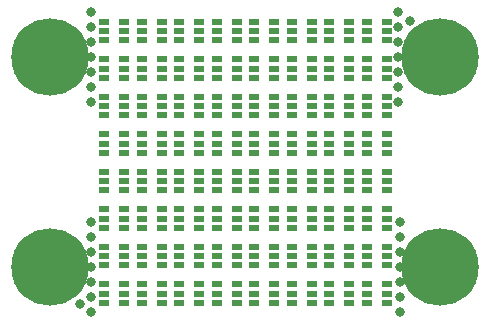
<source format=gts>
G75*
%MOIN*%
%OFA0B0*%
%FSLAX25Y25*%
%IPPOS*%
%LPD*%
%AMOC8*
5,1,8,0,0,1.08239X$1,22.5*
%
%ADD10C,0.03300*%
%ADD11R,0.03556X0.02375*%
%ADD12C,0.25800*%
D10*
X0048080Y0246400D03*
X0044580Y0249150D03*
X0048080Y0251400D03*
X0048080Y0256400D03*
X0048080Y0261400D03*
X0048080Y0266400D03*
X0048080Y0271400D03*
X0048080Y0276400D03*
X0048080Y0316400D03*
X0048080Y0321400D03*
X0048080Y0326400D03*
X0048080Y0331400D03*
X0048080Y0336400D03*
X0048080Y0341400D03*
X0048080Y0346400D03*
X0150580Y0346400D03*
X0154580Y0343650D03*
X0150580Y0341400D03*
X0150580Y0336400D03*
X0150580Y0331400D03*
X0150580Y0326400D03*
X0150580Y0321400D03*
X0150580Y0316400D03*
X0151080Y0276400D03*
X0151080Y0271400D03*
X0151080Y0266400D03*
X0151080Y0261400D03*
X0151080Y0256400D03*
X0151080Y0251400D03*
X0151080Y0246400D03*
D11*
X0146676Y0249500D03*
X0146676Y0252650D03*
X0146676Y0255800D03*
X0146676Y0262000D03*
X0146676Y0265150D03*
X0146676Y0268300D03*
X0139984Y0268300D03*
X0139984Y0265150D03*
X0139984Y0262000D03*
X0134176Y0262000D03*
X0134176Y0265150D03*
X0134176Y0268300D03*
X0134176Y0274500D03*
X0134176Y0277650D03*
X0134176Y0280800D03*
X0139984Y0280800D03*
X0139984Y0277650D03*
X0139984Y0274500D03*
X0146676Y0274500D03*
X0146676Y0277650D03*
X0146676Y0280800D03*
X0146676Y0287000D03*
X0146676Y0290150D03*
X0146676Y0293300D03*
X0146676Y0299500D03*
X0146676Y0302650D03*
X0146676Y0305800D03*
X0146676Y0312000D03*
X0146676Y0315150D03*
X0146676Y0318300D03*
X0139984Y0318300D03*
X0139984Y0315150D03*
X0139984Y0312000D03*
X0134176Y0312000D03*
X0134176Y0315150D03*
X0134176Y0318300D03*
X0134176Y0324500D03*
X0134176Y0327650D03*
X0134176Y0330800D03*
X0139984Y0330800D03*
X0139984Y0327650D03*
X0139984Y0324500D03*
X0146676Y0324500D03*
X0146676Y0327650D03*
X0146676Y0330800D03*
X0146676Y0337000D03*
X0146676Y0340150D03*
X0146676Y0343300D03*
X0139984Y0343300D03*
X0139984Y0340150D03*
X0139984Y0337000D03*
X0134176Y0337000D03*
X0134176Y0340150D03*
X0134176Y0343300D03*
X0127484Y0343300D03*
X0127484Y0340150D03*
X0127484Y0337000D03*
X0121676Y0337000D03*
X0121676Y0340150D03*
X0121676Y0343300D03*
X0114984Y0343300D03*
X0114984Y0340150D03*
X0114984Y0337000D03*
X0109176Y0337000D03*
X0109176Y0340150D03*
X0109176Y0343300D03*
X0102484Y0343300D03*
X0102484Y0340150D03*
X0102484Y0337000D03*
X0096676Y0337000D03*
X0096676Y0340150D03*
X0096676Y0343300D03*
X0089984Y0343300D03*
X0089984Y0340150D03*
X0089984Y0337000D03*
X0084176Y0337000D03*
X0084176Y0340150D03*
X0084176Y0343300D03*
X0077484Y0343300D03*
X0077484Y0340150D03*
X0077484Y0337000D03*
X0071676Y0337000D03*
X0071676Y0340150D03*
X0071676Y0343300D03*
X0064984Y0343300D03*
X0064984Y0340150D03*
X0064984Y0337000D03*
X0059176Y0337000D03*
X0059176Y0340150D03*
X0059176Y0343300D03*
X0052484Y0343300D03*
X0052484Y0340150D03*
X0052484Y0337000D03*
X0052484Y0330800D03*
X0052484Y0327650D03*
X0052484Y0324500D03*
X0052484Y0318300D03*
X0052484Y0315150D03*
X0052484Y0312000D03*
X0052484Y0305800D03*
X0052484Y0302650D03*
X0052484Y0299500D03*
X0052484Y0293300D03*
X0052484Y0290150D03*
X0052484Y0287000D03*
X0052484Y0280800D03*
X0052484Y0277650D03*
X0052484Y0274500D03*
X0052484Y0268300D03*
X0052484Y0265150D03*
X0052484Y0262000D03*
X0052484Y0255800D03*
X0052484Y0252650D03*
X0052484Y0249500D03*
X0059176Y0249500D03*
X0059176Y0252650D03*
X0059176Y0255800D03*
X0064984Y0255800D03*
X0064984Y0252650D03*
X0064984Y0249500D03*
X0071676Y0249500D03*
X0071676Y0252650D03*
X0071676Y0255800D03*
X0077484Y0255800D03*
X0077484Y0252650D03*
X0077484Y0249500D03*
X0084176Y0249500D03*
X0084176Y0252650D03*
X0084176Y0255800D03*
X0084176Y0262000D03*
X0084176Y0265150D03*
X0084176Y0268300D03*
X0077484Y0268300D03*
X0077484Y0265150D03*
X0077484Y0262000D03*
X0071676Y0262000D03*
X0071676Y0265150D03*
X0071676Y0268300D03*
X0071676Y0274500D03*
X0071676Y0277650D03*
X0071676Y0280800D03*
X0077484Y0280800D03*
X0077484Y0277650D03*
X0077484Y0274500D03*
X0084176Y0274500D03*
X0084176Y0277650D03*
X0084176Y0280800D03*
X0089984Y0280800D03*
X0089984Y0277650D03*
X0089984Y0274500D03*
X0096676Y0274500D03*
X0096676Y0277650D03*
X0096676Y0280800D03*
X0102484Y0280800D03*
X0102484Y0277650D03*
X0102484Y0274500D03*
X0102484Y0268300D03*
X0102484Y0265150D03*
X0102484Y0262000D03*
X0096676Y0262000D03*
X0096676Y0265150D03*
X0096676Y0268300D03*
X0089984Y0268300D03*
X0089984Y0265150D03*
X0089984Y0262000D03*
X0089984Y0255800D03*
X0089984Y0252650D03*
X0089984Y0249500D03*
X0096676Y0249500D03*
X0096676Y0252650D03*
X0096676Y0255800D03*
X0102484Y0255800D03*
X0102484Y0252650D03*
X0102484Y0249500D03*
X0109176Y0249500D03*
X0109176Y0252650D03*
X0109176Y0255800D03*
X0114984Y0255800D03*
X0114984Y0252650D03*
X0114984Y0249500D03*
X0121676Y0249500D03*
X0121676Y0252650D03*
X0121676Y0255800D03*
X0127484Y0255800D03*
X0127484Y0252650D03*
X0127484Y0249500D03*
X0134176Y0249500D03*
X0134176Y0252650D03*
X0134176Y0255800D03*
X0139984Y0255800D03*
X0139984Y0252650D03*
X0139984Y0249500D03*
X0127484Y0262000D03*
X0127484Y0265150D03*
X0127484Y0268300D03*
X0121676Y0268300D03*
X0121676Y0265150D03*
X0121676Y0262000D03*
X0114984Y0262000D03*
X0114984Y0265150D03*
X0114984Y0268300D03*
X0109176Y0268300D03*
X0109176Y0265150D03*
X0109176Y0262000D03*
X0109176Y0274500D03*
X0109176Y0277650D03*
X0109176Y0280800D03*
X0114984Y0280800D03*
X0114984Y0277650D03*
X0114984Y0274500D03*
X0121676Y0274500D03*
X0121676Y0277650D03*
X0121676Y0280800D03*
X0127484Y0280800D03*
X0127484Y0277650D03*
X0127484Y0274500D03*
X0127484Y0287000D03*
X0127484Y0290150D03*
X0127484Y0293300D03*
X0121676Y0293300D03*
X0121676Y0290150D03*
X0121676Y0287000D03*
X0114984Y0287000D03*
X0114984Y0290150D03*
X0114984Y0293300D03*
X0109176Y0293300D03*
X0109176Y0290150D03*
X0109176Y0287000D03*
X0102484Y0287000D03*
X0102484Y0290150D03*
X0102484Y0293300D03*
X0096676Y0293300D03*
X0096676Y0290150D03*
X0096676Y0287000D03*
X0089984Y0287000D03*
X0089984Y0290150D03*
X0089984Y0293300D03*
X0089984Y0299500D03*
X0089984Y0302650D03*
X0089984Y0305800D03*
X0089984Y0312000D03*
X0089984Y0315150D03*
X0089984Y0318300D03*
X0096676Y0318300D03*
X0096676Y0315150D03*
X0096676Y0312000D03*
X0102484Y0312000D03*
X0102484Y0315150D03*
X0102484Y0318300D03*
X0102484Y0324500D03*
X0102484Y0327650D03*
X0102484Y0330800D03*
X0096676Y0330800D03*
X0096676Y0327650D03*
X0096676Y0324500D03*
X0089984Y0324500D03*
X0089984Y0327650D03*
X0089984Y0330800D03*
X0084176Y0330800D03*
X0084176Y0327650D03*
X0084176Y0324500D03*
X0077484Y0324500D03*
X0077484Y0327650D03*
X0077484Y0330800D03*
X0071676Y0330800D03*
X0071676Y0327650D03*
X0071676Y0324500D03*
X0071676Y0318300D03*
X0071676Y0315150D03*
X0071676Y0312000D03*
X0077484Y0312000D03*
X0077484Y0315150D03*
X0077484Y0318300D03*
X0084176Y0318300D03*
X0084176Y0315150D03*
X0084176Y0312000D03*
X0084176Y0305800D03*
X0084176Y0302650D03*
X0084176Y0299500D03*
X0084176Y0293300D03*
X0084176Y0290150D03*
X0084176Y0287000D03*
X0077484Y0287000D03*
X0077484Y0290150D03*
X0077484Y0293300D03*
X0071676Y0293300D03*
X0071676Y0290150D03*
X0071676Y0287000D03*
X0064984Y0287000D03*
X0064984Y0290150D03*
X0064984Y0293300D03*
X0059176Y0293300D03*
X0059176Y0290150D03*
X0059176Y0287000D03*
X0059176Y0280800D03*
X0059176Y0277650D03*
X0059176Y0274500D03*
X0064984Y0274500D03*
X0064984Y0277650D03*
X0064984Y0280800D03*
X0064984Y0268300D03*
X0064984Y0265150D03*
X0064984Y0262000D03*
X0059176Y0262000D03*
X0059176Y0265150D03*
X0059176Y0268300D03*
X0059176Y0299500D03*
X0059176Y0302650D03*
X0059176Y0305800D03*
X0064984Y0305800D03*
X0064984Y0302650D03*
X0064984Y0299500D03*
X0071676Y0299500D03*
X0071676Y0302650D03*
X0071676Y0305800D03*
X0077484Y0305800D03*
X0077484Y0302650D03*
X0077484Y0299500D03*
X0064984Y0312000D03*
X0064984Y0315150D03*
X0064984Y0318300D03*
X0059176Y0318300D03*
X0059176Y0315150D03*
X0059176Y0312000D03*
X0059176Y0324500D03*
X0059176Y0327650D03*
X0059176Y0330800D03*
X0064984Y0330800D03*
X0064984Y0327650D03*
X0064984Y0324500D03*
X0096676Y0305800D03*
X0096676Y0302650D03*
X0096676Y0299500D03*
X0102484Y0299500D03*
X0102484Y0302650D03*
X0102484Y0305800D03*
X0109176Y0305800D03*
X0109176Y0302650D03*
X0109176Y0299500D03*
X0114984Y0299500D03*
X0114984Y0302650D03*
X0114984Y0305800D03*
X0114984Y0312000D03*
X0114984Y0315150D03*
X0114984Y0318300D03*
X0109176Y0318300D03*
X0109176Y0315150D03*
X0109176Y0312000D03*
X0121676Y0312000D03*
X0121676Y0315150D03*
X0121676Y0318300D03*
X0127484Y0318300D03*
X0127484Y0315150D03*
X0127484Y0312000D03*
X0127484Y0305800D03*
X0127484Y0302650D03*
X0127484Y0299500D03*
X0121676Y0299500D03*
X0121676Y0302650D03*
X0121676Y0305800D03*
X0134176Y0305800D03*
X0134176Y0302650D03*
X0134176Y0299500D03*
X0139984Y0299500D03*
X0139984Y0302650D03*
X0139984Y0305800D03*
X0139984Y0293300D03*
X0139984Y0290150D03*
X0139984Y0287000D03*
X0134176Y0287000D03*
X0134176Y0290150D03*
X0134176Y0293300D03*
X0127484Y0324500D03*
X0127484Y0327650D03*
X0127484Y0330800D03*
X0121676Y0330800D03*
X0121676Y0327650D03*
X0121676Y0324500D03*
X0114984Y0324500D03*
X0114984Y0327650D03*
X0114984Y0330800D03*
X0109176Y0330800D03*
X0109176Y0327650D03*
X0109176Y0324500D03*
D12*
X0164580Y0331400D03*
X0164580Y0261400D03*
X0034580Y0261400D03*
X0034580Y0331400D03*
M02*

</source>
